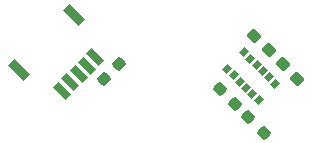
<source format=gbr>
%TF.GenerationSoftware,KiCad,Pcbnew,(7.0.0)*%
%TF.CreationDate,2023-03-07T16:38:13-05:00*%
%TF.ProjectId,laser-holder,6c617365-722d-4686-9f6c-6465722e6b69,A*%
%TF.SameCoordinates,Original*%
%TF.FileFunction,Paste,Top*%
%TF.FilePolarity,Positive*%
%FSLAX46Y46*%
G04 Gerber Fmt 4.6, Leading zero omitted, Abs format (unit mm)*
G04 Created by KiCad (PCBNEW (7.0.0)) date 2023-03-07 16:38:13*
%MOMM*%
%LPD*%
G01*
G04 APERTURE LIST*
G04 Aperture macros list*
%AMRoundRect*
0 Rectangle with rounded corners*
0 $1 Rounding radius*
0 $2 $3 $4 $5 $6 $7 $8 $9 X,Y pos of 4 corners*
0 Add a 4 corners polygon primitive as box body*
4,1,4,$2,$3,$4,$5,$6,$7,$8,$9,$2,$3,0*
0 Add four circle primitives for the rounded corners*
1,1,$1+$1,$2,$3*
1,1,$1+$1,$4,$5*
1,1,$1+$1,$6,$7*
1,1,$1+$1,$8,$9*
0 Add four rect primitives between the rounded corners*
20,1,$1+$1,$2,$3,$4,$5,0*
20,1,$1+$1,$4,$5,$6,$7,0*
20,1,$1+$1,$6,$7,$8,$9,0*
20,1,$1+$1,$8,$9,$2,$3,0*%
%AMRotRect*
0 Rectangle, with rotation*
0 The origin of the aperture is its center*
0 $1 length*
0 $2 width*
0 $3 Rotation angle, in degrees counterclockwise*
0 Add horizontal line*
21,1,$1,$2,0,0,$3*%
G04 Aperture macros list end*
%ADD10RotRect,0.600000X1.550000X225.000000*%
%ADD11RotRect,0.800000X1.800000X225.000000*%
%ADD12RoundRect,0.237500X-0.344715X0.008839X0.008839X-0.344715X0.344715X-0.008839X-0.008839X0.344715X0*%
%ADD13RoundRect,0.237500X0.008839X0.344715X-0.344715X-0.008839X-0.008839X-0.344715X0.344715X0.008839X0*%
%ADD14RoundRect,0.237500X0.380070X-0.044194X-0.044194X0.380070X-0.380070X0.044194X0.044194X-0.380070X0*%
%ADD15RotRect,0.600000X0.550000X45.000000*%
%ADD16RoundRect,0.237500X0.344715X-0.008839X-0.008839X0.344715X-0.344715X0.008839X0.008839X-0.344715X0*%
G04 APERTURE END LIST*
D10*
%TO.C,J1*%
X139107285Y-94720278D03*
X138400178Y-95427385D03*
X137693071Y-96134492D03*
X136985964Y-96841599D03*
X136278857Y-97548706D03*
D11*
X137321840Y-91096356D03*
X132654935Y-95763261D03*
%TD*%
D12*
%TO.C,R2*%
X150957196Y-98698617D03*
X149666726Y-97408147D03*
%TD*%
D13*
%TO.C,R3*%
X141111961Y-95254765D03*
X139821491Y-96545235D03*
%TD*%
D14*
%TO.C,C2*%
X154966726Y-95308147D03*
X156186486Y-96527907D03*
%TD*%
D15*
%TO.C,U1*%
X151707106Y-94292892D03*
X152237436Y-94823222D03*
X152767766Y-95353552D03*
X153298096Y-95883882D03*
X153828426Y-96414213D03*
X154358756Y-96944543D03*
X152944543Y-98358756D03*
X152414213Y-97828426D03*
X151883882Y-97298096D03*
X151353552Y-96767766D03*
X150823222Y-96237436D03*
X150292892Y-95707106D03*
%TD*%
D16*
%TO.C,R1*%
X152066726Y-99808147D03*
X153357196Y-101098617D03*
%TD*%
D14*
%TO.C,C1*%
X153786486Y-94127907D03*
X152566726Y-92908147D03*
%TD*%
M02*

</source>
